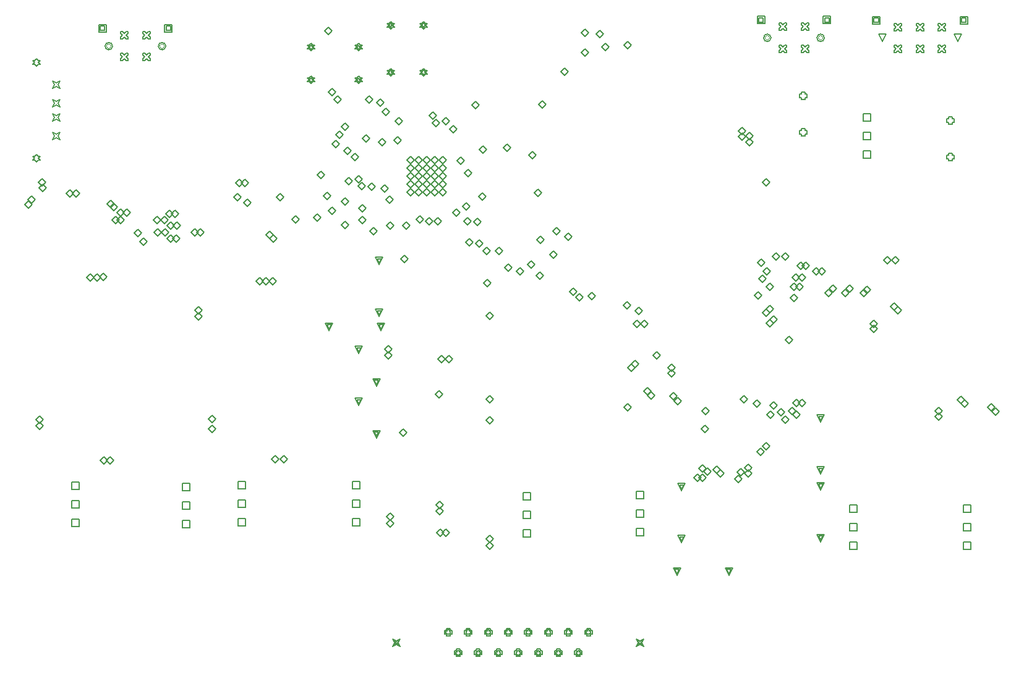
<source format=gbr>
%TF.GenerationSoftware,Altium Limited,Altium Designer,25.3.3 (18)*%
G04 Layer_Color=2752767*
%FSLAX45Y45*%
%MOMM*%
%TF.SameCoordinates,7852E7E1-4E30-4CDD-8EF1-640B4E54786C*%
%TF.FilePolarity,Positive*%
%TF.FileFunction,Drawing*%
%TF.Part,Single*%
G01*
G75*
%TA.AperFunction,NonConductor*%
%ADD110C,0.12700*%
%ADD165C,0.16933*%
%ADD166C,0.10160*%
D110*
X8864000Y6527800D02*
X8813200Y6629400D01*
X8914800D01*
X8864000Y6527800D01*
Y6548120D02*
X8833520Y6609080D01*
X8894480D01*
X8864000Y6548120D01*
X8154000Y6527800D02*
X8103200Y6629400D01*
X8204800D01*
X8154000Y6527800D01*
Y6548120D02*
X8123520Y6609080D01*
X8184480D01*
X8154000Y6548120D01*
X9027160Y2204720D02*
X9052560Y2255520D01*
X9027160Y2306320D01*
X9077960Y2280920D01*
X9128760Y2306320D01*
X9103360Y2255520D01*
X9128760Y2204720D01*
X9077960Y2230120D01*
X9027160Y2204720D01*
X9047480Y2225040D02*
X9062720Y2255520D01*
X9047480Y2286000D01*
X9077960Y2270760D01*
X9108440Y2286000D01*
X9093200Y2255520D01*
X9108440Y2225040D01*
X9077960Y2240280D01*
X9047480Y2225040D01*
X12359640Y2204720D02*
X12385040Y2255520D01*
X12359640Y2306320D01*
X12410440Y2280920D01*
X12461240Y2306320D01*
X12435840Y2255520D01*
X12461240Y2204720D01*
X12410440Y2230120D01*
X12359640Y2204720D01*
X12379960Y2225040D02*
X12395200Y2255520D01*
X12379960Y2286000D01*
X12410440Y2270760D01*
X12440920Y2286000D01*
X12425680Y2255520D01*
X12440920Y2225040D01*
X12410440Y2240280D01*
X12379960Y2225040D01*
X9758680Y2372360D02*
Y2346960D01*
X9809480D01*
Y2372360D01*
X9834880D01*
Y2423160D01*
X9809480D01*
Y2448560D01*
X9758680D01*
Y2423160D01*
X9733280D01*
Y2372360D01*
X9758680D01*
X9768840Y2382520D02*
Y2367280D01*
X9799320D01*
Y2382520D01*
X9814560D01*
Y2413000D01*
X9799320D01*
Y2428240D01*
X9768840D01*
Y2413000D01*
X9753600D01*
Y2382520D01*
X9768840D01*
X10033000Y2372360D02*
Y2346960D01*
X10083800D01*
Y2372360D01*
X10109200D01*
Y2423160D01*
X10083800D01*
Y2448560D01*
X10033000D01*
Y2423160D01*
X10007600D01*
Y2372360D01*
X10033000D01*
X10043160Y2382520D02*
Y2367280D01*
X10073640D01*
Y2382520D01*
X10088880D01*
Y2413000D01*
X10073640D01*
Y2428240D01*
X10043160D01*
Y2413000D01*
X10027920D01*
Y2382520D01*
X10043160D01*
X10307320Y2372360D02*
Y2346960D01*
X10358120D01*
Y2372360D01*
X10383520D01*
Y2423160D01*
X10358120D01*
Y2448560D01*
X10307320D01*
Y2423160D01*
X10281920D01*
Y2372360D01*
X10307320D01*
X10317480Y2382520D02*
Y2367280D01*
X10347960D01*
Y2382520D01*
X10363200D01*
Y2413000D01*
X10347960D01*
Y2428240D01*
X10317480D01*
Y2413000D01*
X10302240D01*
Y2382520D01*
X10317480D01*
X10581639Y2372360D02*
Y2346960D01*
X10632439D01*
Y2372360D01*
X10657839D01*
Y2423160D01*
X10632439D01*
Y2448560D01*
X10581639D01*
Y2423160D01*
X10556239D01*
Y2372360D01*
X10581639D01*
X10591799Y2382520D02*
Y2367280D01*
X10622279D01*
Y2382520D01*
X10637519D01*
Y2413000D01*
X10622279D01*
Y2428240D01*
X10591799D01*
Y2413000D01*
X10576559D01*
Y2382520D01*
X10591799D01*
X10855959Y2372360D02*
Y2346960D01*
X10906759D01*
Y2372360D01*
X10932159D01*
Y2423160D01*
X10906759D01*
Y2448560D01*
X10855959D01*
Y2423160D01*
X10830559D01*
Y2372360D01*
X10855959D01*
X10866119Y2382520D02*
Y2367280D01*
X10896599D01*
Y2382520D01*
X10911839D01*
Y2413000D01*
X10896599D01*
Y2428240D01*
X10866119D01*
Y2413000D01*
X10850879D01*
Y2382520D01*
X10866119D01*
X11130279Y2372360D02*
Y2346960D01*
X11181079D01*
Y2372360D01*
X11206479D01*
Y2423160D01*
X11181079D01*
Y2448560D01*
X11130279D01*
Y2423160D01*
X11104879D01*
Y2372360D01*
X11130279D01*
X11140439Y2382520D02*
Y2367280D01*
X11170919D01*
Y2382520D01*
X11186159D01*
Y2413000D01*
X11170919D01*
Y2428240D01*
X11140439D01*
Y2413000D01*
X11125199D01*
Y2382520D01*
X11140439D01*
X11404599Y2372360D02*
Y2346960D01*
X11455399D01*
Y2372360D01*
X11480799D01*
Y2423160D01*
X11455399D01*
Y2448560D01*
X11404599D01*
Y2423160D01*
X11379199D01*
Y2372360D01*
X11404599D01*
X11414759Y2382520D02*
Y2367280D01*
X11445239D01*
Y2382520D01*
X11460479D01*
Y2413000D01*
X11445239D01*
Y2428240D01*
X11414759D01*
Y2413000D01*
X11399519D01*
Y2382520D01*
X11414759D01*
X11678919Y2372360D02*
Y2346960D01*
X11729719D01*
Y2372360D01*
X11755119D01*
Y2423160D01*
X11729719D01*
Y2448560D01*
X11678919D01*
Y2423160D01*
X11653519D01*
Y2372360D01*
X11678919D01*
X11689079Y2382520D02*
Y2367280D01*
X11719559D01*
Y2382520D01*
X11734799D01*
Y2413000D01*
X11719559D01*
Y2428240D01*
X11689079D01*
Y2413000D01*
X11673839D01*
Y2382520D01*
X11689079D01*
X9895841Y2087880D02*
Y2062480D01*
X9946641D01*
Y2087880D01*
X9972041D01*
Y2138680D01*
X9946641D01*
Y2164080D01*
X9895841D01*
Y2138680D01*
X9870441D01*
Y2087880D01*
X9895841D01*
X9906001Y2098040D02*
Y2082800D01*
X9936481D01*
Y2098040D01*
X9951721D01*
Y2128520D01*
X9936481D01*
Y2143760D01*
X9906001D01*
Y2128520D01*
X9890761D01*
Y2098040D01*
X9906001D01*
X10170161Y2087880D02*
Y2062480D01*
X10220961D01*
Y2087880D01*
X10246361D01*
Y2138680D01*
X10220961D01*
Y2164080D01*
X10170161D01*
Y2138680D01*
X10144761D01*
Y2087880D01*
X10170161D01*
X10180321Y2098040D02*
Y2082800D01*
X10210801D01*
Y2098040D01*
X10226041D01*
Y2128520D01*
X10210801D01*
Y2143760D01*
X10180321D01*
Y2128520D01*
X10165081D01*
Y2098040D01*
X10180321D01*
X10444481Y2087880D02*
Y2062480D01*
X10495281D01*
Y2087880D01*
X10520681D01*
Y2138680D01*
X10495281D01*
Y2164080D01*
X10444481D01*
Y2138680D01*
X10419081D01*
Y2087880D01*
X10444481D01*
X10454641Y2098040D02*
Y2082800D01*
X10485121D01*
Y2098040D01*
X10500361D01*
Y2128520D01*
X10485121D01*
Y2143760D01*
X10454641D01*
Y2128520D01*
X10439401D01*
Y2098040D01*
X10454641D01*
X10718800Y2087880D02*
Y2062480D01*
X10769600D01*
Y2087880D01*
X10795000D01*
Y2138680D01*
X10769600D01*
Y2164080D01*
X10718800D01*
Y2138680D01*
X10693400D01*
Y2087880D01*
X10718800D01*
X10728960Y2098040D02*
Y2082800D01*
X10759440D01*
Y2098040D01*
X10774680D01*
Y2128520D01*
X10759440D01*
Y2143760D01*
X10728960D01*
Y2128520D01*
X10713720D01*
Y2098040D01*
X10728960D01*
X10993120Y2087880D02*
Y2062480D01*
X11043920D01*
Y2087880D01*
X11069320D01*
Y2138680D01*
X11043920D01*
Y2164080D01*
X10993120D01*
Y2138680D01*
X10967720D01*
Y2087880D01*
X10993120D01*
X11003280Y2098040D02*
Y2082800D01*
X11033760D01*
Y2098040D01*
X11049000D01*
Y2128520D01*
X11033760D01*
Y2143760D01*
X11003280D01*
Y2128520D01*
X10988040D01*
Y2098040D01*
X11003280D01*
X11267440Y2087880D02*
Y2062480D01*
X11318240D01*
Y2087880D01*
X11343640D01*
Y2138680D01*
X11318240D01*
Y2164080D01*
X11267440D01*
Y2138680D01*
X11242040D01*
Y2087880D01*
X11267440D01*
X11277600Y2098040D02*
Y2082800D01*
X11308080D01*
Y2098040D01*
X11323320D01*
Y2128520D01*
X11308080D01*
Y2143760D01*
X11277600D01*
Y2128520D01*
X11262360D01*
Y2098040D01*
X11277600D01*
X11541760Y2087880D02*
Y2062480D01*
X11592560D01*
Y2087880D01*
X11617960D01*
Y2138680D01*
X11592560D01*
Y2164080D01*
X11541760D01*
Y2138680D01*
X11516360D01*
Y2087880D01*
X11541760D01*
X11551920Y2098040D02*
Y2082800D01*
X11582400D01*
Y2098040D01*
X11597640D01*
Y2128520D01*
X11582400D01*
Y2143760D01*
X11551920D01*
Y2128520D01*
X11536680D01*
Y2098040D01*
X11551920D01*
X4148600Y8837000D02*
X4174000Y8862400D01*
X4199400D01*
X4174000Y8887800D01*
X4199400Y8913200D01*
X4174000D01*
X4148600Y8938600D01*
X4123200Y8913200D01*
X4097800D01*
X4123200Y8887800D01*
X4097800Y8862400D01*
X4123200D01*
X4148600Y8837000D01*
Y10151000D02*
X4174000Y10176400D01*
X4199400D01*
X4174000Y10201800D01*
X4199400Y10227200D01*
X4174000D01*
X4148600Y10252600D01*
X4123200Y10227200D01*
X4097800D01*
X4123200Y10201800D01*
X4097800Y10176400D01*
X4123200D01*
X4148600Y10151000D01*
X4368800Y9144000D02*
X4394200Y9194800D01*
X4368800Y9245600D01*
X4419600Y9220200D01*
X4470400Y9245600D01*
X4445000Y9194800D01*
X4470400Y9144000D01*
X4419600Y9169400D01*
X4368800Y9144000D01*
Y9394000D02*
X4394200Y9444800D01*
X4368800Y9495600D01*
X4419600Y9470200D01*
X4470400Y9495600D01*
X4445000Y9444800D01*
X4470400Y9394000D01*
X4419600Y9419400D01*
X4368800Y9394000D01*
Y9594000D02*
X4394200Y9644800D01*
X4368800Y9695600D01*
X4419600Y9670200D01*
X4470400Y9695600D01*
X4445000Y9644800D01*
X4470400Y9594000D01*
X4419600Y9619400D01*
X4368800Y9594000D01*
Y9844000D02*
X4394200Y9894800D01*
X4368800Y9945600D01*
X4419600Y9920200D01*
X4470400Y9945600D01*
X4445000Y9894800D01*
X4470400Y9844000D01*
X4419600Y9869400D01*
X4368800Y9844000D01*
X14017700Y10731800D02*
Y10833400D01*
X14119299D01*
Y10731800D01*
X14017700D01*
X14038020Y10752120D02*
Y10813080D01*
X14098981D01*
Y10752120D01*
X14038020D01*
X14917700Y10731800D02*
Y10833400D01*
X15019299D01*
Y10731800D01*
X14917700D01*
X14938020Y10752120D02*
Y10813080D01*
X14998981D01*
Y10752120D01*
X14938020D01*
X14317700Y10637800D02*
X14343100D01*
X14368500Y10663200D01*
X14393900Y10637800D01*
X14419299D01*
Y10663200D01*
X14393900Y10688600D01*
X14419299Y10714000D01*
Y10739400D01*
X14393900D01*
X14368500Y10714000D01*
X14343100Y10739400D01*
X14317700D01*
Y10714000D01*
X14343100Y10688600D01*
X14317700Y10663200D01*
Y10637800D01*
X14617700D02*
X14643100D01*
X14668500Y10663200D01*
X14693900Y10637800D01*
X14719299D01*
Y10663200D01*
X14693900Y10688600D01*
X14719299Y10714000D01*
Y10739400D01*
X14693900D01*
X14668500Y10714000D01*
X14643100Y10739400D01*
X14617700D01*
Y10714000D01*
X14643100Y10688600D01*
X14617700Y10663200D01*
Y10637800D01*
X14317700Y10337800D02*
X14343100D01*
X14368500Y10363200D01*
X14393900Y10337800D01*
X14419299D01*
Y10363200D01*
X14393900Y10388600D01*
X14419299Y10414000D01*
Y10439400D01*
X14393900D01*
X14368500Y10414000D01*
X14343100Y10439400D01*
X14317700D01*
Y10414000D01*
X14343100Y10388600D01*
X14317700Y10363200D01*
Y10337800D01*
X14617700D02*
X14643100D01*
X14668500Y10363200D01*
X14693900Y10337800D01*
X14719299D01*
Y10363200D01*
X14693900Y10388600D01*
X14719299Y10414000D01*
Y10439400D01*
X14693900D01*
X14668500Y10414000D01*
X14643100Y10439400D01*
X14617700D01*
Y10414000D01*
X14643100Y10388600D01*
X14617700Y10363200D01*
Y10337800D01*
X4632858Y3844242D02*
Y3945842D01*
X4734458D01*
Y3844242D01*
X4632858D01*
Y4098242D02*
Y4199842D01*
X4734458D01*
Y4098242D01*
X4632858D01*
Y4352242D02*
Y4453842D01*
X4734458D01*
Y4352242D01*
X4632858D01*
X8995200Y10012800D02*
X9020600Y10038200D01*
X9046000D01*
X9020600Y10063600D01*
X9046000Y10089000D01*
X9020600D01*
X8995200Y10114400D01*
X8969800Y10089000D01*
X8944400D01*
X8969800Y10063600D01*
X8944400Y10038200D01*
X8969800D01*
X8995200Y10012800D01*
Y10033120D02*
X9010440Y10048360D01*
X9025680D01*
X9010440Y10063600D01*
X9025680Y10078840D01*
X9010440D01*
X8995200Y10094080D01*
X8979960Y10078840D01*
X8964720D01*
X8979960Y10063600D01*
X8964720Y10048360D01*
X8979960D01*
X8995200Y10033120D01*
X9445200Y10012800D02*
X9470600Y10038200D01*
X9496000D01*
X9470600Y10063600D01*
X9496000Y10089000D01*
X9470600D01*
X9445200Y10114400D01*
X9419800Y10089000D01*
X9394400D01*
X9419800Y10063600D01*
X9394400Y10038200D01*
X9419800D01*
X9445200Y10012800D01*
Y10033120D02*
X9460440Y10048360D01*
X9475680D01*
X9460440Y10063600D01*
X9475680Y10078840D01*
X9460440D01*
X9445200Y10094080D01*
X9429960Y10078840D01*
X9414720D01*
X9429960Y10063600D01*
X9414720Y10048360D01*
X9429960D01*
X9445200Y10033120D01*
Y10662800D02*
X9470600Y10688200D01*
X9496000D01*
X9470600Y10713600D01*
X9496000Y10739000D01*
X9470600D01*
X9445200Y10764400D01*
X9419800Y10739000D01*
X9394400D01*
X9419800Y10713600D01*
X9394400Y10688200D01*
X9419800D01*
X9445200Y10662800D01*
Y10683120D02*
X9460440Y10698360D01*
X9475680D01*
X9460440Y10713600D01*
X9475680Y10728840D01*
X9460440D01*
X9445200Y10744080D01*
X9429960Y10728840D01*
X9414720D01*
X9429960Y10713600D01*
X9414720Y10698360D01*
X9429960D01*
X9445200Y10683120D01*
X8995200Y10662800D02*
X9020600Y10688200D01*
X9046000D01*
X9020600Y10713600D01*
X9046000Y10739000D01*
X9020600D01*
X8995200Y10764400D01*
X8969800Y10739000D01*
X8944400D01*
X8969800Y10713600D01*
X8944400Y10688200D01*
X8969800D01*
X8995200Y10662800D01*
Y10683120D02*
X9010440Y10698360D01*
X9025680D01*
X9010440Y10713600D01*
X9025680Y10728840D01*
X9010440D01*
X8995200Y10744080D01*
X8979960Y10728840D01*
X8964720D01*
X8979960Y10713600D01*
X8964720Y10698360D01*
X8979960D01*
X8995200Y10683120D01*
X8554600Y9909600D02*
X8580000Y9935000D01*
X8605400D01*
X8580000Y9960400D01*
X8605400Y9985800D01*
X8580000D01*
X8554600Y10011200D01*
X8529200Y9985800D01*
X8503800D01*
X8529200Y9960400D01*
X8503800Y9935000D01*
X8529200D01*
X8554600Y9909600D01*
Y9929920D02*
X8569840Y9945160D01*
X8585080D01*
X8569840Y9960400D01*
X8585080Y9975640D01*
X8569840D01*
X8554600Y9990880D01*
X8539360Y9975640D01*
X8524120D01*
X8539360Y9960400D01*
X8524120Y9945160D01*
X8539360D01*
X8554600Y9929920D01*
Y10359600D02*
X8580000Y10385000D01*
X8605400D01*
X8580000Y10410400D01*
X8605400Y10435800D01*
X8580000D01*
X8554600Y10461200D01*
X8529200Y10435800D01*
X8503800D01*
X8529200Y10410400D01*
X8503800Y10385000D01*
X8529200D01*
X8554600Y10359600D01*
Y10379920D02*
X8569840Y10395160D01*
X8585080D01*
X8569840Y10410400D01*
X8585080Y10425640D01*
X8569840D01*
X8554600Y10440880D01*
X8539360Y10425640D01*
X8524120D01*
X8539360Y10410400D01*
X8524120Y10395160D01*
X8539360D01*
X8554600Y10379920D01*
X7904600Y10359600D02*
X7930000Y10385000D01*
X7955400D01*
X7930000Y10410400D01*
X7955400Y10435800D01*
X7930000D01*
X7904600Y10461200D01*
X7879200Y10435800D01*
X7853800D01*
X7879200Y10410400D01*
X7853800Y10385000D01*
X7879200D01*
X7904600Y10359600D01*
Y10379920D02*
X7919840Y10395160D01*
X7935080D01*
X7919840Y10410400D01*
X7935080Y10425640D01*
X7919840D01*
X7904600Y10440880D01*
X7889360Y10425640D01*
X7874120D01*
X7889360Y10410400D01*
X7874120Y10395160D01*
X7889360D01*
X7904600Y10379920D01*
Y9909600D02*
X7930000Y9935000D01*
X7955400D01*
X7930000Y9960400D01*
X7955400Y9985800D01*
X7930000D01*
X7904600Y10011200D01*
X7879200Y9985800D01*
X7853800D01*
X7879200Y9960400D01*
X7853800Y9935000D01*
X7879200D01*
X7904600Y9909600D01*
Y9929920D02*
X7919840Y9945160D01*
X7935080D01*
X7919840Y9960400D01*
X7935080Y9975640D01*
X7919840D01*
X7904600Y9990880D01*
X7889360Y9975640D01*
X7874120D01*
X7889360Y9960400D01*
X7874120Y9945160D01*
X7889360D01*
X7904600Y9929920D01*
X12979401Y4330100D02*
X12928600Y4431700D01*
X13030200D01*
X12979401Y4330100D01*
Y4350420D02*
X12948920Y4411380D01*
X13009880D01*
X12979401Y4350420D01*
Y3620100D02*
X12928600Y3721700D01*
X13030200D01*
X12979401Y3620100D01*
Y3640420D02*
X12948920Y3701380D01*
X13009880D01*
X12979401Y3640420D01*
X8839200Y7429500D02*
X8788400Y7531100D01*
X8890000D01*
X8839200Y7429500D01*
Y7449820D02*
X8808720Y7510780D01*
X8869680D01*
X8839200Y7449820D01*
Y6719500D02*
X8788400Y6821100D01*
X8890000D01*
X8839200Y6719500D01*
Y6739820D02*
X8808720Y6800780D01*
X8869680D01*
X8839200Y6739820D01*
X8801100Y5055200D02*
X8750300Y5156800D01*
X8851900D01*
X8801100Y5055200D01*
Y5075520D02*
X8770620Y5136480D01*
X8831580D01*
X8801100Y5075520D01*
Y5765200D02*
X8750300Y5866800D01*
X8851900D01*
X8801100Y5765200D01*
Y5785520D02*
X8770620Y5846480D01*
X8831580D01*
X8801100Y5785520D01*
X8559800Y6209700D02*
X8509000Y6311300D01*
X8610600D01*
X8559800Y6209700D01*
Y6230020D02*
X8529320Y6290980D01*
X8590280D01*
X8559800Y6230020D01*
Y5499700D02*
X8509000Y5601300D01*
X8610600D01*
X8559800Y5499700D01*
Y5520020D02*
X8529320Y5580980D01*
X8590280D01*
X8559800Y5520020D01*
X13626500Y3175000D02*
X13575700Y3276600D01*
X13677299D01*
X13626500Y3175000D01*
Y3195320D02*
X13596021Y3256280D01*
X13656979D01*
X13626500Y3195320D01*
X12916499Y3175000D02*
X12865700Y3276600D01*
X12967300D01*
X12916499Y3175000D01*
Y3195320D02*
X12886020Y3256280D01*
X12946980D01*
X12916499Y3195320D01*
X14884399Y5270500D02*
X14833600Y5372100D01*
X14935201D01*
X14884399Y5270500D01*
Y5290820D02*
X14853920Y5351780D01*
X14914880D01*
X14884399Y5290820D01*
Y4560500D02*
X14833600Y4662100D01*
X14935201D01*
X14884399Y4560500D01*
Y4580820D02*
X14853920Y4641780D01*
X14914880D01*
X14884399Y4580820D01*
Y3632800D02*
X14833600Y3734400D01*
X14935201D01*
X14884399Y3632800D01*
Y3653120D02*
X14853920Y3714080D01*
X14914880D01*
X14884399Y3653120D01*
Y4342800D02*
X14833600Y4444400D01*
X14935201D01*
X14884399Y4342800D01*
Y4363120D02*
X14853920Y4424080D01*
X14914880D01*
X14884399Y4363120D01*
X5000700Y10617500D02*
Y10719100D01*
X5102300D01*
Y10617500D01*
X5000700D01*
X5021020Y10637820D02*
Y10698780D01*
X5081980D01*
Y10637820D01*
X5021020D01*
X5900700Y10617500D02*
Y10719100D01*
X6002300D01*
Y10617500D01*
X5900700D01*
X5921020Y10637820D02*
Y10698780D01*
X5981980D01*
Y10637820D01*
X5921020D01*
X5300700Y10523500D02*
X5326100D01*
X5351500Y10548900D01*
X5376900Y10523500D01*
X5402300D01*
Y10548900D01*
X5376900Y10574300D01*
X5402300Y10599700D01*
Y10625100D01*
X5376900D01*
X5351500Y10599700D01*
X5326100Y10625100D01*
X5300700D01*
Y10599700D01*
X5326100Y10574300D01*
X5300700Y10548900D01*
Y10523500D01*
X5600700D02*
X5626100D01*
X5651500Y10548900D01*
X5676900Y10523500D01*
X5702300D01*
Y10548900D01*
X5676900Y10574300D01*
X5702300Y10599700D01*
Y10625100D01*
X5676900D01*
X5651500Y10599700D01*
X5626100Y10625100D01*
X5600700D01*
Y10599700D01*
X5626100Y10574300D01*
X5600700Y10548900D01*
Y10523500D01*
X5300700Y10223500D02*
X5326100D01*
X5351500Y10248900D01*
X5376900Y10223500D01*
X5402300D01*
Y10248900D01*
X5376900Y10274300D01*
X5402300Y10299700D01*
Y10325100D01*
X5376900D01*
X5351500Y10299700D01*
X5326100Y10325100D01*
X5300700D01*
Y10299700D01*
X5326100Y10274300D01*
X5300700Y10248900D01*
Y10223500D01*
X5600700D02*
X5626100D01*
X5651500Y10248900D01*
X5676900Y10223500D01*
X5702300D01*
Y10248900D01*
X5676900Y10274300D01*
X5702300Y10299700D01*
Y10325100D01*
X5676900D01*
X5651500Y10299700D01*
X5626100Y10325100D01*
X5600700D01*
Y10299700D01*
X5626100Y10274300D01*
X5600700Y10248900D01*
Y10223500D01*
X16759955Y10485300D02*
X16709155Y10586900D01*
X16810754D01*
X16759955Y10485300D01*
X15729955D02*
X15679155Y10586900D01*
X15780756D01*
X15729955Y10485300D01*
X15894154Y10635300D02*
X15919556D01*
X15944955Y10660700D01*
X15970355Y10635300D01*
X15995755D01*
Y10660700D01*
X15970355Y10686100D01*
X15995755Y10711500D01*
Y10736900D01*
X15970355D01*
X15944955Y10711500D01*
X15919556Y10736900D01*
X15894154D01*
Y10711500D01*
X15919556Y10686100D01*
X15894154Y10660700D01*
Y10635300D01*
X16194154D02*
X16219556D01*
X16244955Y10660700D01*
X16270355Y10635300D01*
X16295755D01*
Y10660700D01*
X16270355Y10686100D01*
X16295755Y10711500D01*
Y10736900D01*
X16270355D01*
X16244955Y10711500D01*
X16219556Y10736900D01*
X16194154D01*
Y10711500D01*
X16219556Y10686100D01*
X16194154Y10660700D01*
Y10635300D01*
X16494154D02*
X16519556D01*
X16544955Y10660700D01*
X16570355Y10635300D01*
X16595755D01*
Y10660700D01*
X16570355Y10686100D01*
X16595755Y10711500D01*
Y10736900D01*
X16570355D01*
X16544955Y10711500D01*
X16519556Y10736900D01*
X16494154D01*
Y10711500D01*
X16519556Y10686100D01*
X16494154Y10660700D01*
Y10635300D01*
X15894154Y10335300D02*
X15919556D01*
X15944955Y10360700D01*
X15970355Y10335300D01*
X15995755D01*
Y10360700D01*
X15970355Y10386100D01*
X15995755Y10411500D01*
Y10436900D01*
X15970355D01*
X15944955Y10411500D01*
X15919556Y10436900D01*
X15894154D01*
Y10411500D01*
X15919556Y10386100D01*
X15894154Y10360700D01*
Y10335300D01*
X16194154D02*
X16219556D01*
X16244955Y10360700D01*
X16270355Y10335300D01*
X16295755D01*
Y10360700D01*
X16270355Y10386100D01*
X16295755Y10411500D01*
Y10436900D01*
X16270355D01*
X16244955Y10411500D01*
X16219556Y10436900D01*
X16194154D01*
Y10411500D01*
X16219556Y10386100D01*
X16194154Y10360700D01*
Y10335300D01*
X16494154D02*
X16519556D01*
X16544955Y10360700D01*
X16570355Y10335300D01*
X16595755D01*
Y10360700D01*
X16570355Y10386100D01*
X16595755Y10411500D01*
Y10436900D01*
X16570355D01*
X16544955Y10411500D01*
X16519556Y10436900D01*
X16494154D01*
Y10411500D01*
X16519556Y10386100D01*
X16494154Y10360700D01*
Y10335300D01*
X16794154Y10729300D02*
Y10830900D01*
X16895755D01*
Y10729300D01*
X16794154D01*
X16814474Y10749620D02*
Y10810580D01*
X16875435D01*
Y10749620D01*
X16814474D01*
X15594154Y10729300D02*
Y10830900D01*
X15695755D01*
Y10729300D01*
X15594154D01*
X15614474Y10749620D02*
Y10810580D01*
X15675435D01*
Y10749620D01*
X15614474D01*
X15468600Y8890000D02*
Y8991600D01*
X15570200D01*
Y8890000D01*
X15468600D01*
Y9144000D02*
Y9245600D01*
X15570200D01*
Y9144000D01*
X15468600D01*
Y9398000D02*
Y9499600D01*
X15570200D01*
Y9398000D01*
X15468600D01*
X16637000Y8881300D02*
Y8855900D01*
X16687801D01*
Y8881300D01*
X16713200D01*
Y8932100D01*
X16687801D01*
Y8957500D01*
X16637000D01*
Y8932100D01*
X16611600D01*
Y8881300D01*
X16637000D01*
Y9381300D02*
Y9355900D01*
X16687801D01*
Y9381300D01*
X16713200D01*
Y9432100D01*
X16687801D01*
Y9457500D01*
X16637000D01*
Y9432100D01*
X16611600D01*
Y9381300D01*
X16637000D01*
X14617700Y9720200D02*
Y9694800D01*
X14668500D01*
Y9720200D01*
X14693900D01*
Y9771000D01*
X14668500D01*
Y9796400D01*
X14617700D01*
Y9771000D01*
X14592300D01*
Y9720200D01*
X14617700D01*
Y9220200D02*
Y9194800D01*
X14668500D01*
Y9220200D01*
X14693900D01*
Y9271000D01*
X14668500D01*
Y9296400D01*
X14617700D01*
Y9271000D01*
X14592300D01*
Y9220200D01*
X14617700D01*
X15283092Y3533548D02*
Y3635148D01*
X15384691D01*
Y3533548D01*
X15283092D01*
Y3787548D02*
Y3889148D01*
X15384691D01*
Y3787548D01*
X15283092D01*
Y4041548D02*
Y4143148D01*
X15384691D01*
Y4041548D01*
X15283092D01*
X16839709Y3533548D02*
Y3635148D01*
X16941309D01*
Y3533548D01*
X16839709D01*
X12359794Y3716294D02*
Y3817894D01*
X12461394D01*
Y3716294D01*
X12359794D01*
X8469870Y3850116D02*
Y3951716D01*
X8571470D01*
Y3850116D01*
X8469870D01*
X6146455Y3822700D02*
Y3924300D01*
X6248055D01*
Y3822700D01*
X6146455D01*
X6908800Y3848100D02*
Y3949700D01*
X7010400D01*
Y3848100D01*
X6908800D01*
Y4102100D02*
Y4203700D01*
X7010400D01*
Y4102100D01*
X6908800D01*
Y4356100D02*
Y4457700D01*
X7010400D01*
Y4356100D01*
X6908800D01*
X8469870Y4358116D02*
Y4459716D01*
X8571470D01*
Y4358116D01*
X8469870D01*
Y4104116D02*
Y4205716D01*
X8571470D01*
Y4104116D01*
X8469870D01*
X10807700Y4203700D02*
Y4305300D01*
X10909300D01*
Y4203700D01*
X10807700D01*
Y3949700D02*
Y4051300D01*
X10909300D01*
Y3949700D01*
X10807700D01*
Y3695700D02*
Y3797300D01*
X10909300D01*
Y3695700D01*
X10807700D01*
X12359794Y3970294D02*
Y4071894D01*
X12461394D01*
Y3970294D01*
X12359794D01*
Y4224294D02*
Y4325894D01*
X12461394D01*
Y4224294D01*
X12359794D01*
X16839709Y3787548D02*
Y3889148D01*
X16941309D01*
Y3787548D01*
X16839709D01*
Y4041548D02*
Y4143148D01*
X16941309D01*
Y4041548D01*
X16839709D01*
X6146455Y4076700D02*
Y4178300D01*
X6248055D01*
Y4076700D01*
X6146455D01*
Y4330700D02*
Y4432300D01*
X6248055D01*
Y4330700D01*
X6146455D01*
X4025900Y8318500D02*
X4076700Y8369300D01*
X4127500Y8318500D01*
X4076700Y8267700D01*
X4025900Y8318500D01*
X11811000Y10591800D02*
X11861800Y10642600D01*
X11912600Y10591800D01*
X11861800Y10541000D01*
X11811000Y10591800D01*
X11607800Y10604500D02*
X11658600Y10655300D01*
X11709400Y10604500D01*
X11658600Y10553700D01*
X11607800Y10604500D01*
X4552950Y8407400D02*
X4603750Y8458200D01*
X4654550Y8407400D01*
X4603750Y8356600D01*
X4552950Y8407400D01*
X12192000Y10439400D02*
X12242800Y10490200D01*
X12293600Y10439400D01*
X12242800Y10388600D01*
X12192000Y10439400D01*
X11176000Y7569200D02*
X11226800Y7620000D01*
X11277600Y7569200D01*
X11226800Y7518400D01*
X11176000Y7569200D01*
X10134600Y8013700D02*
X10185400Y8064500D01*
X10236200Y8013700D01*
X10185400Y7962900D01*
X10134600Y8013700D01*
X9905663Y8851840D02*
X9956463Y8902640D01*
X10007263Y8851840D01*
X9956463Y8801040D01*
X9905663Y8851840D01*
X10009609Y8688580D02*
X10060409Y8739380D01*
X10111209Y8688580D01*
X10060409Y8637780D01*
X10009609Y8688580D01*
X14147800Y5372100D02*
X14198599Y5422900D01*
X14249400Y5372100D01*
X14198599Y5321300D01*
X14147800Y5372100D01*
X14350999Y5308600D02*
X14401801Y5359400D01*
X14452600Y5308600D01*
X14401801Y5257800D01*
X14350999Y5308600D01*
X6502400Y5181600D02*
X6553200Y5232400D01*
X6604000Y5181600D01*
X6553200Y5130800D01*
X6502400Y5181600D01*
X10109200Y9613900D02*
X10160000Y9664700D01*
X10210800Y9613900D01*
X10160000Y9563100D01*
X10109200Y9613900D01*
X5562600Y7747000D02*
X5613400Y7797800D01*
X5664200Y7747000D01*
X5613400Y7696200D01*
X5562600Y7747000D01*
X10204834Y8363922D02*
X10255634Y8414722D01*
X10306434Y8363922D01*
X10255634Y8313122D01*
X10204834Y8363922D01*
X9982200Y8229600D02*
X10033000Y8280400D01*
X10083800Y8229600D01*
X10033000Y8178800D01*
X9982200Y8229600D01*
X10998200Y7772400D02*
X11049000Y7823200D01*
X11099800Y7772400D01*
X11049000Y7721600D01*
X10998200Y7772400D01*
X9588500Y8026400D02*
X9639300Y8077200D01*
X9690100Y8026400D01*
X9639300Y7975600D01*
X9588500Y8026400D01*
X9474200D02*
X9525000Y8077200D01*
X9575800Y8026400D01*
X9525000Y7975600D01*
X9474200Y8026400D01*
X8547100Y8509000D02*
X8597900Y8559800D01*
X8648700Y8509000D01*
X8597900Y8458200D01*
X8547100Y8509000D01*
X8686800Y8496300D02*
X8737600Y8547100D01*
X8788400Y8496300D01*
X8737600Y8445500D01*
X8686800Y8496300D01*
X8864600Y8470900D02*
X8915400Y8521700D01*
X8966200Y8470900D01*
X8915400Y8420100D01*
X8864600Y8470900D01*
X13703300Y4495800D02*
X13754100Y4546600D01*
X13804900Y4495800D01*
X13754100Y4445000D01*
X13703300Y4495800D01*
X13741400Y4584700D02*
X13792200Y4635500D01*
X13842999Y4584700D01*
X13792200Y4533900D01*
X13741400Y4584700D01*
X14084300Y8559800D02*
X14135100Y8610600D01*
X14185899Y8559800D01*
X14135100Y8509000D01*
X14084300Y8559800D01*
X8089900Y10629900D02*
X8140700Y10680700D01*
X8191500Y10629900D01*
X8140700Y10579100D01*
X8089900Y10629900D01*
X11328400Y10071100D02*
X11379200Y10121900D01*
X11430000Y10071100D01*
X11379200Y10020300D01*
X11328400Y10071100D01*
X10883900Y8928100D02*
X10934700Y8978900D01*
X10985500Y8928100D01*
X10934700Y8877300D01*
X10883900Y8928100D01*
X9842500Y8140700D02*
X9893300Y8191500D01*
X9944100Y8140700D01*
X9893300Y8089900D01*
X9842500Y8140700D01*
X8928100Y8318500D02*
X8978900Y8369300D01*
X9029700Y8318500D01*
X8978900Y8267700D01*
X8928100Y8318500D01*
X9347200Y8051800D02*
X9398000Y8102600D01*
X9448800Y8051800D01*
X9398000Y8001000D01*
X9347200Y8051800D01*
X9156700Y7964400D02*
X9207500Y8015200D01*
X9258300Y7964400D01*
X9207500Y7913600D01*
X9156700Y7964400D01*
X8940800Y7962900D02*
X8991600Y8013700D01*
X9042400Y7962900D01*
X8991600Y7912100D01*
X8940800Y7962900D01*
X8509000Y8597900D02*
X8559800Y8648700D01*
X8610600Y8597900D01*
X8559800Y8547100D01*
X8509000Y8597900D01*
X8458200Y8902700D02*
X8509000Y8953500D01*
X8559800Y8902700D01*
X8509000Y8851900D01*
X8458200Y8902700D01*
X8826500Y9105900D02*
X8877300Y9156700D01*
X8928100Y9105900D01*
X8877300Y9055100D01*
X8826500Y9105900D01*
X10961907Y8412235D02*
X11012707Y8463035D01*
X11063507Y8412235D01*
X11012707Y8361435D01*
X10961907Y8412235D01*
X10872000Y7429500D02*
X10922800Y7480300D01*
X10973600Y7429500D01*
X10922800Y7378700D01*
X10872000Y7429500D01*
X8140700Y9791700D02*
X8191500Y9842500D01*
X8242300Y9791700D01*
X8191500Y9740900D01*
X8140700Y9791700D01*
X8216900Y9690100D02*
X8267700Y9740900D01*
X8318500Y9690100D01*
X8267700Y9639300D01*
X8216900Y9690100D01*
X8191500Y9080500D02*
X8242300Y9131300D01*
X8293100Y9080500D01*
X8242300Y9029700D01*
X8191500Y9080500D01*
X8242300Y9207500D02*
X8293100Y9258300D01*
X8343900Y9207500D01*
X8293100Y9156700D01*
X8242300Y9207500D01*
X8318500Y9321800D02*
X8369300Y9372600D01*
X8420100Y9321800D01*
X8369300Y9271000D01*
X8318500Y9321800D01*
X9055385Y9397486D02*
X9106185Y9448286D01*
X9156985Y9397486D01*
X9106185Y9346686D01*
X9055385Y9397486D01*
X8877300Y9525000D02*
X8928100Y9575800D01*
X8978900Y9525000D01*
X8928100Y9474200D01*
X8877300Y9525000D01*
X8801100Y9652000D02*
X8851900Y9702800D01*
X8902700Y9652000D01*
X8851900Y9601200D01*
X8801100Y9652000D01*
X8648700Y9690100D02*
X8699500Y9740900D01*
X8750300Y9690100D01*
X8699500Y9639300D01*
X8648700Y9690100D01*
X8610600Y9156700D02*
X8661400Y9207500D01*
X8712200Y9156700D01*
X8661400Y9105900D01*
X8610600Y9156700D01*
X10541000Y9029700D02*
X10591800Y9080500D01*
X10642600Y9029700D01*
X10591800Y8978900D01*
X10541000Y9029700D01*
X10210800Y9004300D02*
X10261600Y9055100D01*
X10312400Y9004300D01*
X10261600Y8953500D01*
X10210800Y9004300D01*
X10160000Y7721600D02*
X10210800Y7772400D01*
X10261600Y7721600D01*
X10210800Y7670800D01*
X10160000Y7721600D01*
X9994900Y8026400D02*
X10045700Y8077200D01*
X10096500Y8026400D01*
X10045700Y7975600D01*
X9994900Y8026400D01*
X10020300Y7734300D02*
X10071100Y7785100D01*
X10121900Y7734300D01*
X10071100Y7683500D01*
X10020300Y7734300D01*
X10261600Y7620000D02*
X10312400Y7670800D01*
X10363200Y7620000D01*
X10312400Y7569200D01*
X10261600Y7620000D01*
X10426700D02*
X10477500Y7670800D01*
X10528300Y7620000D01*
X10477500Y7569200D01*
X10426700Y7620000D01*
X10265717Y7179617D02*
X10316517Y7230417D01*
X10367317Y7179617D01*
X10316517Y7128817D01*
X10265717Y7179617D01*
X8559800Y8204200D02*
X8610600Y8255000D01*
X8661400Y8204200D01*
X8610600Y8153400D01*
X8559800Y8204200D01*
X8369300Y8572500D02*
X8420100Y8623300D01*
X8470900Y8572500D01*
X8420100Y8521700D01*
X8369300Y8572500D01*
X8712200Y7888300D02*
X8763000Y7939100D01*
X8813800Y7888300D01*
X8763000Y7837500D01*
X8712200Y7888300D01*
X8559800Y8039100D02*
X8610600Y8089900D01*
X8661400Y8039100D01*
X8610600Y7988300D01*
X8559800Y8039100D01*
X8318500Y8293100D02*
X8369300Y8343900D01*
X8420100Y8293100D01*
X8369300Y8242300D01*
X8318500Y8293100D01*
Y7975600D02*
X8369300Y8026400D01*
X8420100Y7975600D01*
X8369300Y7924800D01*
X8318500Y7975600D01*
X8356600Y8991600D02*
X8407400Y9042400D01*
X8458200Y8991600D01*
X8407400Y8940800D01*
X8356600Y8991600D01*
X8140700Y8166100D02*
X8191500Y8216900D01*
X8242300Y8166100D01*
X8191500Y8115300D01*
X8140700Y8166100D01*
X8077200Y8369300D02*
X8128000Y8420100D01*
X8178800Y8369300D01*
X8128000Y8318500D01*
X8077200Y8369300D01*
X7937500Y8077200D02*
X7988300Y8128000D01*
X8039100Y8077200D01*
X7988300Y8026400D01*
X7937500Y8077200D01*
X7645400Y8051800D02*
X7696200Y8102600D01*
X7747000Y8051800D01*
X7696200Y8001000D01*
X7645400Y8051800D01*
X7988300Y8661400D02*
X8039100Y8712200D01*
X8089900Y8661400D01*
X8039100Y8610600D01*
X7988300Y8661400D01*
X9214900Y8866600D02*
X9265700Y8917400D01*
X9316500Y8866600D01*
X9265700Y8815800D01*
X9214900Y8866600D01*
X9324900D02*
X9375700Y8917400D01*
X9426500Y8866600D01*
X9375700Y8815800D01*
X9324900Y8866600D01*
X9434900D02*
X9485700Y8917400D01*
X9536500Y8866600D01*
X9485700Y8815800D01*
X9434900Y8866600D01*
X9544900D02*
X9595700Y8917400D01*
X9646500Y8866600D01*
X9595700Y8815800D01*
X9544900Y8866600D01*
X9654900D02*
X9705700Y8917400D01*
X9756500Y8866600D01*
X9705700Y8815800D01*
X9654900Y8866600D01*
X9214900Y8756600D02*
X9265700Y8807400D01*
X9316500Y8756600D01*
X9265700Y8705800D01*
X9214900Y8756600D01*
X9324900D02*
X9375700Y8807400D01*
X9426500Y8756600D01*
X9375700Y8705800D01*
X9324900Y8756600D01*
X9434900D02*
X9485700Y8807400D01*
X9536500Y8756600D01*
X9485700Y8705800D01*
X9434900Y8756600D01*
X9544900D02*
X9595700Y8807400D01*
X9646500Y8756600D01*
X9595700Y8705800D01*
X9544900Y8756600D01*
X9654900D02*
X9705700Y8807400D01*
X9756500Y8756600D01*
X9705700Y8705800D01*
X9654900Y8756600D01*
X9214900Y8646600D02*
X9265700Y8697400D01*
X9316500Y8646600D01*
X9265700Y8595800D01*
X9214900Y8646600D01*
X9324900D02*
X9375700Y8697400D01*
X9426500Y8646600D01*
X9375700Y8595800D01*
X9324900Y8646600D01*
X9434900D02*
X9485700Y8697400D01*
X9536500Y8646600D01*
X9485700Y8595800D01*
X9434900Y8646600D01*
X9544900D02*
X9595700Y8697400D01*
X9646500Y8646600D01*
X9595700Y8595800D01*
X9544900Y8646600D01*
X9654900D02*
X9705700Y8697400D01*
X9756500Y8646600D01*
X9705700Y8595800D01*
X9654900Y8646600D01*
X9214900Y8536600D02*
X9265700Y8587400D01*
X9316500Y8536600D01*
X9265700Y8485800D01*
X9214900Y8536600D01*
X9324900D02*
X9375700Y8587400D01*
X9426500Y8536600D01*
X9375700Y8485800D01*
X9324900Y8536600D01*
X9434900D02*
X9485700Y8587400D01*
X9536500Y8536600D01*
X9485700Y8485800D01*
X9434900Y8536600D01*
X9544900D02*
X9595700Y8587400D01*
X9646500Y8536600D01*
X9595700Y8485800D01*
X9544900Y8536600D01*
X9654900D02*
X9705700Y8587400D01*
X9756500Y8536600D01*
X9705700Y8485800D01*
X9654900Y8536600D01*
X9214900Y8426600D02*
X9265700Y8477400D01*
X9316500Y8426600D01*
X9265700Y8375800D01*
X9214900Y8426600D01*
X9324900D02*
X9375700Y8477400D01*
X9426500Y8426600D01*
X9375700Y8375800D01*
X9324900Y8426600D01*
X9434900D02*
X9485700Y8477400D01*
X9536500Y8426600D01*
X9485700Y8375800D01*
X9434900Y8426600D01*
X9544900D02*
X9595700Y8477400D01*
X9646500Y8426600D01*
X9595700Y8375800D01*
X9544900Y8426600D01*
X9654900D02*
X9705700Y8477400D01*
X9756500Y8426600D01*
X9705700Y8375800D01*
X9654900Y8426600D01*
X9042400Y9131300D02*
X9093200Y9182100D01*
X9144000Y9131300D01*
X9093200Y9080500D01*
X9042400Y9131300D01*
X14541499Y7124700D02*
X14592300Y7175500D01*
X14643100Y7124700D01*
X14592300Y7073900D01*
X14541499Y7124700D01*
X14465300D02*
X14516100Y7175500D01*
X14566901Y7124700D01*
X14516100Y7073900D01*
X14465300Y7124700D01*
X14135100D02*
X14185899Y7175500D01*
X14236700Y7124700D01*
X14185899Y7073900D01*
X14135100Y7124700D01*
X15836900Y6858000D02*
X15887700Y6908800D01*
X15938499Y6858000D01*
X15887700Y6807200D01*
X15836900Y6858000D01*
X15889246Y6805655D02*
X15940045Y6856455D01*
X15990845Y6805655D01*
X15940045Y6754855D01*
X15889246Y6805655D01*
X12179300Y6870700D02*
X12230100Y6921500D01*
X12280900Y6870700D01*
X12230100Y6819900D01*
X12179300Y6870700D01*
X14401801Y6400800D02*
X14452600Y6451600D01*
X14503400Y6400800D01*
X14452600Y6350000D01*
X14401801Y6400800D01*
X14503400Y5372100D02*
X14554201Y5422900D01*
X14605000Y5372100D01*
X14554201Y5321300D01*
X14503400Y5372100D01*
X14439900Y5422900D02*
X14490700Y5473700D01*
X14541499Y5422900D01*
X14490700Y5372100D01*
X14439900Y5422900D01*
X12788900Y5943600D02*
X12839700Y5994400D01*
X12890500Y5943600D01*
X12839700Y5892800D01*
X12788900Y5943600D01*
Y6019800D02*
X12839700Y6070600D01*
X12890500Y6019800D01*
X12839700Y5969000D01*
X12788900Y6019800D01*
X13217964Y4635791D02*
X13268764Y4686591D01*
X13319563Y4635791D01*
X13268764Y4584991D01*
X13217964Y4635791D01*
X13284200Y4597400D02*
X13335001Y4648200D01*
X13385800Y4597400D01*
X13335001Y4546600D01*
X13284200Y4597400D01*
X11696700Y6997700D02*
X11747500Y7048500D01*
X11798300Y6997700D01*
X11747500Y6946900D01*
X11696700Y6997700D01*
X5486400Y7861300D02*
X5537200Y7912100D01*
X5588000Y7861300D01*
X5537200Y7810500D01*
X5486400Y7861300D01*
X6007100Y7785100D02*
X6057900Y7835900D01*
X6108700Y7785100D01*
X6057900Y7734300D01*
X6007100Y7785100D01*
X5930900D02*
X5981700Y7835900D01*
X6032500Y7785100D01*
X5981700Y7734300D01*
X5930900Y7785100D01*
X9563100Y9372600D02*
X9613900Y9423400D01*
X9664700Y9372600D01*
X9613900Y9321800D01*
X9563100Y9372600D01*
X9804400Y9289136D02*
X9855200Y9339936D01*
X9906000Y9289136D01*
X9855200Y9238336D01*
X9804400Y9289136D01*
X9702800Y9398000D02*
X9753600Y9448800D01*
X9804400Y9398000D01*
X9753600Y9347200D01*
X9702800Y9398000D01*
X10718800Y7340600D02*
X10769600Y7391400D01*
X10820400Y7340600D01*
X10769600Y7289800D01*
X10718800Y7340600D01*
X9131300Y7505700D02*
X9182100Y7556500D01*
X9232900Y7505700D01*
X9182100Y7454900D01*
X9131300Y7505700D01*
X11023600Y9626600D02*
X11074400Y9677400D01*
X11125200Y9626600D01*
X11074400Y9575800D01*
X11023600Y9626600D01*
X11888192Y10414000D02*
X11938992Y10464800D01*
X11989792Y10414000D01*
X11938992Y10363200D01*
X11888192Y10414000D01*
X9525000Y9474200D02*
X9575800Y9525000D01*
X9626600Y9474200D01*
X9575800Y9423400D01*
X9525000Y9474200D01*
X11607800Y10337800D02*
X11658600Y10388600D01*
X11709400Y10337800D01*
X11658600Y10287000D01*
X11607800Y10337800D01*
X14630400Y7416800D02*
X14681200Y7467600D01*
X14732001Y7416800D01*
X14681200Y7366000D01*
X14630400Y7416800D01*
X14350999Y7543800D02*
X14401801Y7594600D01*
X14452600Y7543800D01*
X14401801Y7493000D01*
X14350999Y7543800D01*
X14224001D02*
X14274800Y7594600D01*
X14325600Y7543800D01*
X14274800Y7493000D01*
X14224001Y7543800D01*
X14465300Y6974316D02*
X14516100Y7025116D01*
X14566901Y6974316D01*
X14516100Y6923516D01*
X14465300Y6974316D01*
X11442700Y7061200D02*
X11493500Y7112000D01*
X11544300Y7061200D01*
X11493500Y7010400D01*
X11442700Y7061200D01*
X11531600Y6985000D02*
X11582400Y7035800D01*
X11633200Y6985000D01*
X11582400Y6934200D01*
X11531600Y6985000D01*
X10299700Y6731000D02*
X10350500Y6781800D01*
X10401300Y6731000D01*
X10350500Y6680200D01*
X10299700Y6731000D01*
X13957300Y5524500D02*
X14008099Y5575300D01*
X14058900Y5524500D01*
X14008099Y5473700D01*
X13957300Y5524500D01*
X12585700Y6184900D02*
X12636500Y6235700D01*
X12687300Y6184900D01*
X12636500Y6134100D01*
X12585700Y6184900D01*
X13779500Y5588000D02*
X13830299Y5638800D01*
X13881100Y5588000D01*
X13830299Y5537200D01*
X13779500Y5588000D01*
X14008099Y4864100D02*
X14058900Y4914900D01*
X14109700Y4864100D01*
X14058900Y4813300D01*
X14008099Y4864100D01*
X14084300Y4940300D02*
X14135100Y4991100D01*
X14185899Y4940300D01*
X14135100Y4889500D01*
X14084300Y4940300D01*
X10553700Y7391400D02*
X10604500Y7442200D01*
X10655300Y7391400D01*
X10604500Y7340600D01*
X10553700Y7391400D01*
X10985500Y7277100D02*
X11036300Y7327900D01*
X11087100Y7277100D01*
X11036300Y7226300D01*
X10985500Y7277100D01*
X12344400Y6794500D02*
X12395200Y6845300D01*
X12446000Y6794500D01*
X12395200Y6743700D01*
X12344400Y6794500D01*
X13754100Y9182100D02*
X13804900Y9232900D01*
X13855701Y9182100D01*
X13804900Y9131300D01*
X13754100Y9182100D01*
Y9258300D02*
X13804900Y9309100D01*
X13855701Y9258300D01*
X13804900Y9207500D01*
X13754100Y9258300D01*
X13979417Y7010400D02*
X14030217Y7061200D01*
X14081017Y7010400D01*
X14030217Y6959600D01*
X13979417Y7010400D01*
X14033501Y7239000D02*
X14084300Y7289800D01*
X14135100Y7239000D01*
X14084300Y7188200D01*
X14033501Y7239000D01*
X14097000Y7340600D02*
X14147800Y7391400D01*
X14198599Y7340600D01*
X14147800Y7289800D01*
X14097000Y7340600D01*
X14020799Y7454900D02*
X14071600Y7505700D01*
X14122400Y7454900D01*
X14071600Y7404100D01*
X14020799Y7454900D01*
X12420600Y6616700D02*
X12471400Y6667500D01*
X12522200Y6616700D01*
X12471400Y6565900D01*
X12420600Y6616700D01*
X12319000D02*
X12369800Y6667500D01*
X12420600Y6616700D01*
X12369800Y6565900D01*
X12319000Y6616700D01*
X11379200Y7810500D02*
X11430000Y7861300D01*
X11480800Y7810500D01*
X11430000Y7759700D01*
X11379200Y7810500D01*
X11214100Y7886700D02*
X11264900Y7937500D01*
X11315700Y7886700D01*
X11264900Y7835900D01*
X11214100Y7886700D01*
X12877800Y5562600D02*
X12928600Y5613400D01*
X12979401Y5562600D01*
X12928600Y5511800D01*
X12877800Y5562600D01*
X7429500Y8356600D02*
X7480300Y8407400D01*
X7531100Y8356600D01*
X7480300Y8305800D01*
X7429500Y8356600D01*
X6985000Y8280400D02*
X7035800Y8331200D01*
X7086600Y8280400D01*
X7035800Y8229600D01*
X6985000Y8280400D01*
X6845300Y8356600D02*
X6896100Y8407400D01*
X6946900Y8356600D01*
X6896100Y8305800D01*
X6845300Y8356600D01*
X7327799Y7204172D02*
X7378599Y7254972D01*
X7429399Y7204172D01*
X7378599Y7153372D01*
X7327799Y7204172D01*
X7239000Y7200900D02*
X7289800Y7251700D01*
X7340600Y7200900D01*
X7289800Y7150100D01*
X7239000Y7200900D01*
X7150100D02*
X7200900Y7251700D01*
X7251700Y7200900D01*
X7200900Y7150100D01*
X7150100Y7200900D01*
X13855701Y9112250D02*
X13906500Y9163050D01*
X13957300Y9112250D01*
X13906500Y9061450D01*
X13855701Y9112250D01*
Y9194800D02*
X13906500Y9245600D01*
X13957300Y9194800D01*
X13906500Y9144000D01*
X13855701Y9194800D01*
X14135100Y6819900D02*
X14185899Y6870700D01*
X14236700Y6819900D01*
X14185899Y6769100D01*
X14135100Y6819900D01*
X14846300Y7340600D02*
X14897099Y7391400D01*
X14947900Y7340600D01*
X14897099Y7289800D01*
X14846300Y7340600D01*
X14770100D02*
X14820900Y7391400D01*
X14871700Y7340600D01*
X14820900Y7289800D01*
X14770100Y7340600D01*
X14557243Y7416800D02*
X14608043Y7467600D01*
X14658842Y7416800D01*
X14608043Y7366000D01*
X14557243Y7416800D01*
X14579601Y7251700D02*
X14630400Y7302500D01*
X14681200Y7251700D01*
X14630400Y7200900D01*
X14579601Y7251700D01*
X14496588D02*
X14547388Y7302500D01*
X14598187Y7251700D01*
X14547388Y7200900D01*
X14496588Y7251700D01*
X9118600Y5130800D02*
X9169400Y5181600D01*
X9220200Y5130800D01*
X9169400Y5080000D01*
X9118600Y5130800D01*
X13246100Y5181600D02*
X13296899Y5232400D01*
X13347701Y5181600D01*
X13296899Y5130800D01*
X13246100Y5181600D01*
X15172475Y7046432D02*
X15223276Y7097232D01*
X15274075Y7046432D01*
X15223276Y6995632D01*
X15172475Y7046432D01*
X15227299Y7099300D02*
X15278101Y7150100D01*
X15328900Y7099300D01*
X15278101Y7048500D01*
X15227299Y7099300D01*
X15557500Y6623050D02*
X15608299Y6673850D01*
X15659100Y6623050D01*
X15608299Y6572250D01*
X15557500Y6623050D01*
Y6553200D02*
X15608299Y6604000D01*
X15659100Y6553200D01*
X15608299Y6502400D01*
X15557500Y6553200D01*
X15423933Y7041934D02*
X15474734Y7092734D01*
X15525534Y7041934D01*
X15474734Y6991134D01*
X15423933Y7041934D01*
X15468600Y7086600D02*
X15519400Y7137400D01*
X15570200Y7086600D01*
X15519400Y7035800D01*
X15468600Y7086600D01*
X14941324Y7041924D02*
X14992123Y7092724D01*
X15042924Y7041924D01*
X14992123Y6991124D01*
X14941324Y7041924D01*
X14998700Y7099300D02*
X15049500Y7150100D01*
X15100301Y7099300D01*
X15049500Y7048500D01*
X14998700Y7099300D01*
X14185899Y6680200D02*
X14236700Y6731000D01*
X14287500Y6680200D01*
X14236700Y6629400D01*
X14185899Y6680200D01*
X14135100Y6629400D02*
X14185899Y6680200D01*
X14236700Y6629400D01*
X14185899Y6578600D01*
X14135100Y6629400D01*
X14084300Y6769100D02*
X14135100Y6819900D01*
X14185899Y6769100D01*
X14135100Y6718300D01*
X14084300Y6769100D01*
X14579601Y5537200D02*
X14630400Y5588000D01*
X14681200Y5537200D01*
X14630400Y5486400D01*
X14579601Y5537200D01*
X10299700Y5588000D02*
X10350500Y5638800D01*
X10401300Y5588000D01*
X10350500Y5537200D01*
X10299700Y5588000D01*
X6261100Y7874000D02*
X6311900Y7924800D01*
X6362700Y7874000D01*
X6311900Y7823200D01*
X6261100Y7874000D01*
X6337300D02*
X6388100Y7924800D01*
X6438900Y7874000D01*
X6388100Y7823200D01*
X6337300Y7874000D01*
X7339100Y7786600D02*
X7389900Y7837400D01*
X7440700Y7786600D01*
X7389900Y7735800D01*
X7339100Y7786600D01*
X7289800Y7835900D02*
X7340600Y7886700D01*
X7391400Y7835900D01*
X7340600Y7785100D01*
X7289800Y7835900D01*
X5750129Y8039100D02*
X5800929Y8089900D01*
X5851729Y8039100D01*
X5800929Y7988300D01*
X5750129Y8039100D01*
X5918200Y8128000D02*
X5969000Y8178800D01*
X6019800Y8128000D01*
X5969000Y8077200D01*
X5918200Y8128000D01*
X5848759Y8039100D02*
X5899559Y8089900D01*
X5950359Y8039100D01*
X5899559Y7988300D01*
X5848759Y8039100D01*
X5994400Y8128000D02*
X6045200Y8178800D01*
X6096000Y8128000D01*
X6045200Y8077200D01*
X5994400Y8128000D01*
X6019800Y7962900D02*
X6070600Y8013700D01*
X6121400Y7962900D01*
X6070600Y7912100D01*
X6019800Y7962900D01*
X5930900D02*
X5981700Y8013700D01*
X6032500Y7962900D01*
X5981700Y7912100D01*
X5930900Y7962900D01*
X5753100Y7874000D02*
X5803900Y7924800D01*
X5854700Y7874000D01*
X5803900Y7823200D01*
X5753100Y7874000D01*
X5854700D02*
X5905500Y7924800D01*
X5956300Y7874000D01*
X5905500Y7823200D01*
X5854700Y7874000D01*
X5245100Y8140700D02*
X5295900Y8191500D01*
X5346700Y8140700D01*
X5295900Y8089900D01*
X5245100Y8140700D01*
X5334000D02*
X5384800Y8191500D01*
X5435600Y8140700D01*
X5384800Y8089900D01*
X5334000Y8140700D01*
X15748000Y7493000D02*
X15798801Y7543800D01*
X15849600Y7493000D01*
X15798801Y7442200D01*
X15748000Y7493000D01*
X15852286D02*
X15903085Y7543800D01*
X15953886Y7493000D01*
X15903085Y7442200D01*
X15852286Y7493000D01*
X6870700Y8547100D02*
X6921500Y8597900D01*
X6972300Y8547100D01*
X6921500Y8496300D01*
X6870700Y8547100D01*
X6946900D02*
X6997700Y8597900D01*
X7048500Y8547100D01*
X6997700Y8496300D01*
X6946900Y8547100D01*
X12293600Y6070600D02*
X12344400Y6121400D01*
X12395200Y6070600D01*
X12344400Y6019800D01*
X12293600Y6070600D01*
X12242800Y6019800D02*
X12293600Y6070600D01*
X12344400Y6019800D01*
X12293600Y5969000D01*
X12242800Y6019800D01*
X5181600Y8039100D02*
X5232400Y8089900D01*
X5283200Y8039100D01*
X5232400Y7988300D01*
X5181600Y8039100D01*
X5245100D02*
X5295900Y8089900D01*
X5346700Y8039100D01*
X5295900Y7988300D01*
X5245100Y8039100D01*
X5156200Y8216900D02*
X5207000Y8267700D01*
X5257800Y8216900D01*
X5207000Y8166100D01*
X5156200Y8216900D01*
X5111750Y8261350D02*
X5162550Y8312150D01*
X5213350Y8261350D01*
X5162550Y8210550D01*
X5111750Y8261350D01*
X4635500Y8407400D02*
X4686300Y8458200D01*
X4737100Y8407400D01*
X4686300Y8356600D01*
X4635500Y8407400D01*
X4178300Y8483600D02*
X4229100Y8534400D01*
X4279900Y8483600D01*
X4229100Y8432800D01*
X4178300Y8483600D01*
X4175815Y8560916D02*
X4226615Y8611716D01*
X4277415Y8560916D01*
X4226615Y8510116D01*
X4175815Y8560916D01*
X3987800Y8255000D02*
X4038600Y8305800D01*
X4089400Y8255000D01*
X4038600Y8204200D01*
X3987800Y8255000D01*
X13214349Y4508500D02*
X13265150Y4559300D01*
X13315950Y4508500D01*
X13265150Y4457700D01*
X13214349Y4508500D01*
X13144501D02*
X13195300Y4559300D01*
X13246100Y4508500D01*
X13195300Y4457700D01*
X13144501Y4508500D01*
X13842999Y4572000D02*
X13893800Y4622800D01*
X13944600Y4572000D01*
X13893800Y4521200D01*
X13842999Y4572000D01*
Y4648200D02*
X13893800Y4699000D01*
X13944600Y4648200D01*
X13893800Y4597400D01*
X13842999Y4648200D01*
X13462000Y4572000D02*
X13512801Y4622800D01*
X13563600Y4572000D01*
X13512801Y4521200D01*
X13462000Y4572000D01*
X13411200Y4622800D02*
X13462000Y4673600D01*
X13512801Y4622800D01*
X13462000Y4572000D01*
X13411200Y4622800D01*
X13258800Y5422900D02*
X13309599Y5473700D01*
X13360400Y5422900D01*
X13309599Y5372100D01*
X13258800Y5422900D01*
X14503400Y5537200D02*
X14554201Y5588000D01*
X14605000Y5537200D01*
X14554201Y5486400D01*
X14503400Y5537200D01*
X14287500Y5410200D02*
X14338300Y5461000D01*
X14389101Y5410200D01*
X14338300Y5359400D01*
X14287500Y5410200D01*
X14185899Y5503088D02*
X14236700Y5553888D01*
X14287500Y5503088D01*
X14236700Y5452288D01*
X14185899Y5503088D01*
X17169650Y5474450D02*
X17220450Y5525250D01*
X17271249Y5474450D01*
X17220450Y5423650D01*
X17169650Y5474450D01*
X17226801Y5417300D02*
X17277600Y5468100D01*
X17328400Y5417300D01*
X17277600Y5366500D01*
X17226801Y5417300D01*
X16756898Y5582402D02*
X16807700Y5633202D01*
X16858499Y5582402D01*
X16807700Y5531602D01*
X16756898Y5582402D01*
X16807700Y5531600D02*
X16858501Y5582400D01*
X16909300Y5531600D01*
X16858501Y5480800D01*
X16807700Y5531600D01*
X16452100Y5353800D02*
X16502901Y5404600D01*
X16553700Y5353800D01*
X16502901Y5303000D01*
X16452100Y5353800D01*
Y5423650D02*
X16502901Y5474450D01*
X16553700Y5423650D01*
X16502901Y5372850D01*
X16452100Y5423650D01*
X12192000Y5473700D02*
X12242800Y5524500D01*
X12293600Y5473700D01*
X12242800Y5422900D01*
X12192000Y5473700D01*
X6311900Y6807200D02*
X6362700Y6858000D01*
X6413500Y6807200D01*
X6362700Y6756400D01*
X6311900Y6807200D01*
Y6718300D02*
X6362700Y6769100D01*
X6413500Y6718300D01*
X6362700Y6667500D01*
X6311900Y6718300D01*
X9613900Y4140200D02*
X9664700Y4191000D01*
X9715500Y4140200D01*
X9664700Y4089400D01*
X9613900Y4140200D01*
Y4051300D02*
X9664700Y4102100D01*
X9715500Y4051300D01*
X9664700Y4000500D01*
X9613900Y4051300D01*
X8940800Y3975100D02*
X8991600Y4025900D01*
X9042400Y3975100D01*
X8991600Y3924300D01*
X8940800Y3975100D01*
Y3886200D02*
X8991600Y3937000D01*
X9042400Y3886200D01*
X8991600Y3835400D01*
X8940800Y3886200D01*
X9626600Y3759200D02*
X9677400Y3810000D01*
X9728200Y3759200D01*
X9677400Y3708400D01*
X9626600Y3759200D01*
X9702800D02*
X9753600Y3810000D01*
X9804400Y3759200D01*
X9753600Y3708400D01*
X9702800Y3759200D01*
X9607550Y5651500D02*
X9658350Y5702300D01*
X9709150Y5651500D01*
X9658350Y5600700D01*
X9607550Y5651500D01*
X10299700Y5295900D02*
X10350500Y5346700D01*
X10401300Y5295900D01*
X10350500Y5245100D01*
X10299700Y5295900D01*
Y3580099D02*
X10350500Y3630899D01*
X10401300Y3580099D01*
X10350500Y3529299D01*
X10299700Y3580099D01*
Y3670300D02*
X10350500Y3721100D01*
X10401300Y3670300D01*
X10350500Y3619500D01*
X10299700Y3670300D01*
X9639300Y6134100D02*
X9690100Y6184900D01*
X9740900Y6134100D01*
X9690100Y6083300D01*
X9639300Y6134100D01*
X9740900D02*
X9791700Y6184900D01*
X9842500Y6134100D01*
X9791700Y6083300D01*
X9740900Y6134100D01*
X8915400Y6184900D02*
X8966200Y6235700D01*
X9017000Y6184900D01*
X8966200Y6134100D01*
X8915400Y6184900D01*
Y6273800D02*
X8966200Y6324600D01*
X9017000Y6273800D01*
X8966200Y6223000D01*
X8915400Y6273800D01*
X12814301Y5626100D02*
X12865100Y5676900D01*
X12915900Y5626100D01*
X12865100Y5575300D01*
X12814301Y5626100D01*
X12509500Y5638800D02*
X12560300Y5689600D01*
X12611100Y5638800D01*
X12560300Y5588000D01*
X12509500Y5638800D01*
X12459148Y5696552D02*
X12509948Y5747352D01*
X12560748Y5696552D01*
X12509948Y5645752D01*
X12459148Y5696552D01*
X5010799Y7259533D02*
X5061599Y7310333D01*
X5112399Y7259533D01*
X5061599Y7208733D01*
X5010799Y7259533D01*
X4922000Y7256262D02*
X4972800Y7307062D01*
X5023600Y7256262D01*
X4972800Y7205462D01*
X4922000Y7256262D01*
X4833100D02*
X4883900Y7307062D01*
X4934700Y7256262D01*
X4883900Y7205462D01*
X4833100Y7256262D01*
X7480300Y4762500D02*
X7531100Y4813300D01*
X7581900Y4762500D01*
X7531100Y4711700D01*
X7480300Y4762500D01*
X7366000D02*
X7416800Y4813300D01*
X7467600Y4762500D01*
X7416800Y4711700D01*
X7366000Y4762500D01*
X6501756Y5313576D02*
X6552556Y5364376D01*
X6603356Y5313576D01*
X6552556Y5262776D01*
X6501756Y5313576D01*
X4140200Y5308600D02*
X4191000Y5359400D01*
X4241800Y5308600D01*
X4191000Y5257800D01*
X4140200Y5308600D01*
X5016500Y4749800D02*
X5067300Y4800600D01*
X5118100Y4749800D01*
X5067300Y4699000D01*
X5016500Y4749800D01*
X5105400D02*
X5156200Y4800600D01*
X5207000Y4749800D01*
X5156200Y4699000D01*
X5105400Y4749800D01*
X4140200Y5219700D02*
X4191000Y5270500D01*
X4241800Y5219700D01*
X4191000Y5168900D01*
X4140200Y5219700D01*
D165*
X14934300Y10538600D02*
G03*
X14934300Y10538600I-50800J0D01*
G01*
X14204300D02*
G03*
X14204300Y10538600I-50800J0D01*
G01*
X5917300Y10424300D02*
G03*
X5917300Y10424300I-50800J0D01*
G01*
X5187300D02*
G03*
X5187300Y10424300I-50800J0D01*
G01*
D166*
X14913980Y10538600D02*
G03*
X14913980Y10538600I-30480J0D01*
G01*
X14183980D02*
G03*
X14183980Y10538600I-30480J0D01*
G01*
X5896980Y10424300D02*
G03*
X5896980Y10424300I-30480J0D01*
G01*
X5166980D02*
G03*
X5166980Y10424300I-30480J0D01*
G01*
%TF.MD5,30f1a73cb2398863af0749131aa5c18f*%
M02*

</source>
